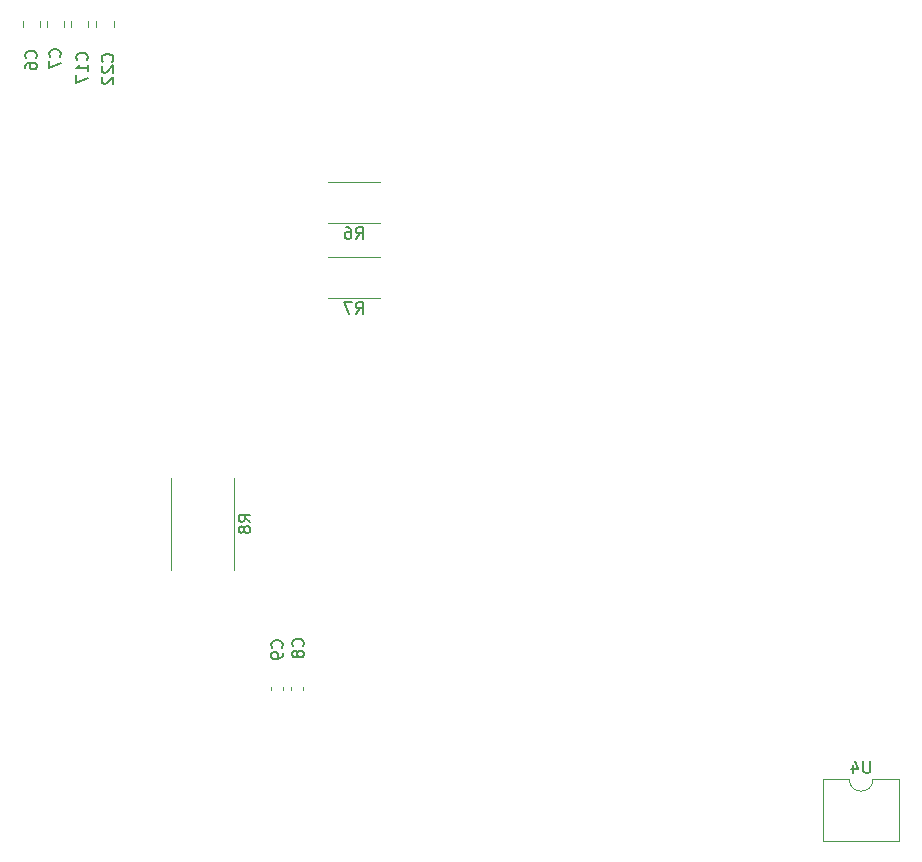
<source format=gbr>
%TF.GenerationSoftware,KiCad,Pcbnew,7.0.2*%
%TF.CreationDate,2023-06-13T00:04:42+03:00*%
%TF.ProjectId,Push_Pull,50757368-5f50-4756-9c6c-2e6b69636164,rev?*%
%TF.SameCoordinates,Original*%
%TF.FileFunction,Legend,Bot*%
%TF.FilePolarity,Positive*%
%FSLAX46Y46*%
G04 Gerber Fmt 4.6, Leading zero omitted, Abs format (unit mm)*
G04 Created by KiCad (PCBNEW 7.0.2) date 2023-06-13 00:04:42*
%MOMM*%
%LPD*%
G01*
G04 APERTURE LIST*
%ADD10C,0.150000*%
%ADD11C,0.120000*%
G04 APERTURE END LIST*
D10*
%TO.C,C17*%
X112381380Y-46601142D02*
X112429000Y-46553523D01*
X112429000Y-46553523D02*
X112476619Y-46410666D01*
X112476619Y-46410666D02*
X112476619Y-46315428D01*
X112476619Y-46315428D02*
X112429000Y-46172571D01*
X112429000Y-46172571D02*
X112333761Y-46077333D01*
X112333761Y-46077333D02*
X112238523Y-46029714D01*
X112238523Y-46029714D02*
X112048047Y-45982095D01*
X112048047Y-45982095D02*
X111905190Y-45982095D01*
X111905190Y-45982095D02*
X111714714Y-46029714D01*
X111714714Y-46029714D02*
X111619476Y-46077333D01*
X111619476Y-46077333D02*
X111524238Y-46172571D01*
X111524238Y-46172571D02*
X111476619Y-46315428D01*
X111476619Y-46315428D02*
X111476619Y-46410666D01*
X111476619Y-46410666D02*
X111524238Y-46553523D01*
X111524238Y-46553523D02*
X111571857Y-46601142D01*
X112476619Y-47553523D02*
X112476619Y-46982095D01*
X112476619Y-47267809D02*
X111476619Y-47267809D01*
X111476619Y-47267809D02*
X111619476Y-47172571D01*
X111619476Y-47172571D02*
X111714714Y-47077333D01*
X111714714Y-47077333D02*
X111762333Y-46982095D01*
X111476619Y-47886857D02*
X111476619Y-48553523D01*
X111476619Y-48553523D02*
X112476619Y-48124952D01*
%TO.C,R8*%
X126236619Y-85685333D02*
X125760428Y-85352000D01*
X126236619Y-85113905D02*
X125236619Y-85113905D01*
X125236619Y-85113905D02*
X125236619Y-85494857D01*
X125236619Y-85494857D02*
X125284238Y-85590095D01*
X125284238Y-85590095D02*
X125331857Y-85637714D01*
X125331857Y-85637714D02*
X125427095Y-85685333D01*
X125427095Y-85685333D02*
X125569952Y-85685333D01*
X125569952Y-85685333D02*
X125665190Y-85637714D01*
X125665190Y-85637714D02*
X125712809Y-85590095D01*
X125712809Y-85590095D02*
X125760428Y-85494857D01*
X125760428Y-85494857D02*
X125760428Y-85113905D01*
X125665190Y-86256762D02*
X125617571Y-86161524D01*
X125617571Y-86161524D02*
X125569952Y-86113905D01*
X125569952Y-86113905D02*
X125474714Y-86066286D01*
X125474714Y-86066286D02*
X125427095Y-86066286D01*
X125427095Y-86066286D02*
X125331857Y-86113905D01*
X125331857Y-86113905D02*
X125284238Y-86161524D01*
X125284238Y-86161524D02*
X125236619Y-86256762D01*
X125236619Y-86256762D02*
X125236619Y-86447238D01*
X125236619Y-86447238D02*
X125284238Y-86542476D01*
X125284238Y-86542476D02*
X125331857Y-86590095D01*
X125331857Y-86590095D02*
X125427095Y-86637714D01*
X125427095Y-86637714D02*
X125474714Y-86637714D01*
X125474714Y-86637714D02*
X125569952Y-86590095D01*
X125569952Y-86590095D02*
X125617571Y-86542476D01*
X125617571Y-86542476D02*
X125665190Y-86447238D01*
X125665190Y-86447238D02*
X125665190Y-86256762D01*
X125665190Y-86256762D02*
X125712809Y-86161524D01*
X125712809Y-86161524D02*
X125760428Y-86113905D01*
X125760428Y-86113905D02*
X125855666Y-86066286D01*
X125855666Y-86066286D02*
X126046142Y-86066286D01*
X126046142Y-86066286D02*
X126141380Y-86113905D01*
X126141380Y-86113905D02*
X126189000Y-86161524D01*
X126189000Y-86161524D02*
X126236619Y-86256762D01*
X126236619Y-86256762D02*
X126236619Y-86447238D01*
X126236619Y-86447238D02*
X126189000Y-86542476D01*
X126189000Y-86542476D02*
X126141380Y-86590095D01*
X126141380Y-86590095D02*
X126046142Y-86637714D01*
X126046142Y-86637714D02*
X125855666Y-86637714D01*
X125855666Y-86637714D02*
X125760428Y-86590095D01*
X125760428Y-86590095D02*
X125712809Y-86542476D01*
X125712809Y-86542476D02*
X125665190Y-86447238D01*
%TO.C,C7*%
X110095380Y-46315333D02*
X110143000Y-46267714D01*
X110143000Y-46267714D02*
X110190619Y-46124857D01*
X110190619Y-46124857D02*
X110190619Y-46029619D01*
X110190619Y-46029619D02*
X110143000Y-45886762D01*
X110143000Y-45886762D02*
X110047761Y-45791524D01*
X110047761Y-45791524D02*
X109952523Y-45743905D01*
X109952523Y-45743905D02*
X109762047Y-45696286D01*
X109762047Y-45696286D02*
X109619190Y-45696286D01*
X109619190Y-45696286D02*
X109428714Y-45743905D01*
X109428714Y-45743905D02*
X109333476Y-45791524D01*
X109333476Y-45791524D02*
X109238238Y-45886762D01*
X109238238Y-45886762D02*
X109190619Y-46029619D01*
X109190619Y-46029619D02*
X109190619Y-46124857D01*
X109190619Y-46124857D02*
X109238238Y-46267714D01*
X109238238Y-46267714D02*
X109285857Y-46315333D01*
X109190619Y-46648667D02*
X109190619Y-47315333D01*
X109190619Y-47315333D02*
X110190619Y-46886762D01*
%TO.C,C8*%
X130669380Y-96226333D02*
X130717000Y-96178714D01*
X130717000Y-96178714D02*
X130764619Y-96035857D01*
X130764619Y-96035857D02*
X130764619Y-95940619D01*
X130764619Y-95940619D02*
X130717000Y-95797762D01*
X130717000Y-95797762D02*
X130621761Y-95702524D01*
X130621761Y-95702524D02*
X130526523Y-95654905D01*
X130526523Y-95654905D02*
X130336047Y-95607286D01*
X130336047Y-95607286D02*
X130193190Y-95607286D01*
X130193190Y-95607286D02*
X130002714Y-95654905D01*
X130002714Y-95654905D02*
X129907476Y-95702524D01*
X129907476Y-95702524D02*
X129812238Y-95797762D01*
X129812238Y-95797762D02*
X129764619Y-95940619D01*
X129764619Y-95940619D02*
X129764619Y-96035857D01*
X129764619Y-96035857D02*
X129812238Y-96178714D01*
X129812238Y-96178714D02*
X129859857Y-96226333D01*
X130193190Y-96797762D02*
X130145571Y-96702524D01*
X130145571Y-96702524D02*
X130097952Y-96654905D01*
X130097952Y-96654905D02*
X130002714Y-96607286D01*
X130002714Y-96607286D02*
X129955095Y-96607286D01*
X129955095Y-96607286D02*
X129859857Y-96654905D01*
X129859857Y-96654905D02*
X129812238Y-96702524D01*
X129812238Y-96702524D02*
X129764619Y-96797762D01*
X129764619Y-96797762D02*
X129764619Y-96988238D01*
X129764619Y-96988238D02*
X129812238Y-97083476D01*
X129812238Y-97083476D02*
X129859857Y-97131095D01*
X129859857Y-97131095D02*
X129955095Y-97178714D01*
X129955095Y-97178714D02*
X130002714Y-97178714D01*
X130002714Y-97178714D02*
X130097952Y-97131095D01*
X130097952Y-97131095D02*
X130145571Y-97083476D01*
X130145571Y-97083476D02*
X130193190Y-96988238D01*
X130193190Y-96988238D02*
X130193190Y-96797762D01*
X130193190Y-96797762D02*
X130240809Y-96702524D01*
X130240809Y-96702524D02*
X130288428Y-96654905D01*
X130288428Y-96654905D02*
X130383666Y-96607286D01*
X130383666Y-96607286D02*
X130574142Y-96607286D01*
X130574142Y-96607286D02*
X130669380Y-96654905D01*
X130669380Y-96654905D02*
X130717000Y-96702524D01*
X130717000Y-96702524D02*
X130764619Y-96797762D01*
X130764619Y-96797762D02*
X130764619Y-96988238D01*
X130764619Y-96988238D02*
X130717000Y-97083476D01*
X130717000Y-97083476D02*
X130669380Y-97131095D01*
X130669380Y-97131095D02*
X130574142Y-97178714D01*
X130574142Y-97178714D02*
X130383666Y-97178714D01*
X130383666Y-97178714D02*
X130288428Y-97131095D01*
X130288428Y-97131095D02*
X130240809Y-97083476D01*
X130240809Y-97083476D02*
X130193190Y-96988238D01*
%TO.C,C9*%
X128891380Y-96353333D02*
X128939000Y-96305714D01*
X128939000Y-96305714D02*
X128986619Y-96162857D01*
X128986619Y-96162857D02*
X128986619Y-96067619D01*
X128986619Y-96067619D02*
X128939000Y-95924762D01*
X128939000Y-95924762D02*
X128843761Y-95829524D01*
X128843761Y-95829524D02*
X128748523Y-95781905D01*
X128748523Y-95781905D02*
X128558047Y-95734286D01*
X128558047Y-95734286D02*
X128415190Y-95734286D01*
X128415190Y-95734286D02*
X128224714Y-95781905D01*
X128224714Y-95781905D02*
X128129476Y-95829524D01*
X128129476Y-95829524D02*
X128034238Y-95924762D01*
X128034238Y-95924762D02*
X127986619Y-96067619D01*
X127986619Y-96067619D02*
X127986619Y-96162857D01*
X127986619Y-96162857D02*
X128034238Y-96305714D01*
X128034238Y-96305714D02*
X128081857Y-96353333D01*
X128986619Y-96829524D02*
X128986619Y-97020000D01*
X128986619Y-97020000D02*
X128939000Y-97115238D01*
X128939000Y-97115238D02*
X128891380Y-97162857D01*
X128891380Y-97162857D02*
X128748523Y-97258095D01*
X128748523Y-97258095D02*
X128558047Y-97305714D01*
X128558047Y-97305714D02*
X128177095Y-97305714D01*
X128177095Y-97305714D02*
X128081857Y-97258095D01*
X128081857Y-97258095D02*
X128034238Y-97210476D01*
X128034238Y-97210476D02*
X127986619Y-97115238D01*
X127986619Y-97115238D02*
X127986619Y-96924762D01*
X127986619Y-96924762D02*
X128034238Y-96829524D01*
X128034238Y-96829524D02*
X128081857Y-96781905D01*
X128081857Y-96781905D02*
X128177095Y-96734286D01*
X128177095Y-96734286D02*
X128415190Y-96734286D01*
X128415190Y-96734286D02*
X128510428Y-96781905D01*
X128510428Y-96781905D02*
X128558047Y-96829524D01*
X128558047Y-96829524D02*
X128605666Y-96924762D01*
X128605666Y-96924762D02*
X128605666Y-97115238D01*
X128605666Y-97115238D02*
X128558047Y-97210476D01*
X128558047Y-97210476D02*
X128510428Y-97258095D01*
X128510428Y-97258095D02*
X128415190Y-97305714D01*
%TO.C,R6*%
X135167666Y-61756619D02*
X135500999Y-61280428D01*
X135739094Y-61756619D02*
X135739094Y-60756619D01*
X135739094Y-60756619D02*
X135358142Y-60756619D01*
X135358142Y-60756619D02*
X135262904Y-60804238D01*
X135262904Y-60804238D02*
X135215285Y-60851857D01*
X135215285Y-60851857D02*
X135167666Y-60947095D01*
X135167666Y-60947095D02*
X135167666Y-61089952D01*
X135167666Y-61089952D02*
X135215285Y-61185190D01*
X135215285Y-61185190D02*
X135262904Y-61232809D01*
X135262904Y-61232809D02*
X135358142Y-61280428D01*
X135358142Y-61280428D02*
X135739094Y-61280428D01*
X134310523Y-60756619D02*
X134500999Y-60756619D01*
X134500999Y-60756619D02*
X134596237Y-60804238D01*
X134596237Y-60804238D02*
X134643856Y-60851857D01*
X134643856Y-60851857D02*
X134739094Y-60994714D01*
X134739094Y-60994714D02*
X134786713Y-61185190D01*
X134786713Y-61185190D02*
X134786713Y-61566142D01*
X134786713Y-61566142D02*
X134739094Y-61661380D01*
X134739094Y-61661380D02*
X134691475Y-61709000D01*
X134691475Y-61709000D02*
X134596237Y-61756619D01*
X134596237Y-61756619D02*
X134405761Y-61756619D01*
X134405761Y-61756619D02*
X134310523Y-61709000D01*
X134310523Y-61709000D02*
X134262904Y-61661380D01*
X134262904Y-61661380D02*
X134215285Y-61566142D01*
X134215285Y-61566142D02*
X134215285Y-61328047D01*
X134215285Y-61328047D02*
X134262904Y-61232809D01*
X134262904Y-61232809D02*
X134310523Y-61185190D01*
X134310523Y-61185190D02*
X134405761Y-61137571D01*
X134405761Y-61137571D02*
X134596237Y-61137571D01*
X134596237Y-61137571D02*
X134691475Y-61185190D01*
X134691475Y-61185190D02*
X134739094Y-61232809D01*
X134739094Y-61232809D02*
X134786713Y-61328047D01*
%TO.C,C22*%
X114540380Y-46728142D02*
X114588000Y-46680523D01*
X114588000Y-46680523D02*
X114635619Y-46537666D01*
X114635619Y-46537666D02*
X114635619Y-46442428D01*
X114635619Y-46442428D02*
X114588000Y-46299571D01*
X114588000Y-46299571D02*
X114492761Y-46204333D01*
X114492761Y-46204333D02*
X114397523Y-46156714D01*
X114397523Y-46156714D02*
X114207047Y-46109095D01*
X114207047Y-46109095D02*
X114064190Y-46109095D01*
X114064190Y-46109095D02*
X113873714Y-46156714D01*
X113873714Y-46156714D02*
X113778476Y-46204333D01*
X113778476Y-46204333D02*
X113683238Y-46299571D01*
X113683238Y-46299571D02*
X113635619Y-46442428D01*
X113635619Y-46442428D02*
X113635619Y-46537666D01*
X113635619Y-46537666D02*
X113683238Y-46680523D01*
X113683238Y-46680523D02*
X113730857Y-46728142D01*
X113730857Y-47109095D02*
X113683238Y-47156714D01*
X113683238Y-47156714D02*
X113635619Y-47251952D01*
X113635619Y-47251952D02*
X113635619Y-47490047D01*
X113635619Y-47490047D02*
X113683238Y-47585285D01*
X113683238Y-47585285D02*
X113730857Y-47632904D01*
X113730857Y-47632904D02*
X113826095Y-47680523D01*
X113826095Y-47680523D02*
X113921333Y-47680523D01*
X113921333Y-47680523D02*
X114064190Y-47632904D01*
X114064190Y-47632904D02*
X114635619Y-47061476D01*
X114635619Y-47061476D02*
X114635619Y-47680523D01*
X113730857Y-48061476D02*
X113683238Y-48109095D01*
X113683238Y-48109095D02*
X113635619Y-48204333D01*
X113635619Y-48204333D02*
X113635619Y-48442428D01*
X113635619Y-48442428D02*
X113683238Y-48537666D01*
X113683238Y-48537666D02*
X113730857Y-48585285D01*
X113730857Y-48585285D02*
X113826095Y-48632904D01*
X113826095Y-48632904D02*
X113921333Y-48632904D01*
X113921333Y-48632904D02*
X114064190Y-48585285D01*
X114064190Y-48585285D02*
X114635619Y-48013857D01*
X114635619Y-48013857D02*
X114635619Y-48632904D01*
%TO.C,C6*%
X108063380Y-46442333D02*
X108111000Y-46394714D01*
X108111000Y-46394714D02*
X108158619Y-46251857D01*
X108158619Y-46251857D02*
X108158619Y-46156619D01*
X108158619Y-46156619D02*
X108111000Y-46013762D01*
X108111000Y-46013762D02*
X108015761Y-45918524D01*
X108015761Y-45918524D02*
X107920523Y-45870905D01*
X107920523Y-45870905D02*
X107730047Y-45823286D01*
X107730047Y-45823286D02*
X107587190Y-45823286D01*
X107587190Y-45823286D02*
X107396714Y-45870905D01*
X107396714Y-45870905D02*
X107301476Y-45918524D01*
X107301476Y-45918524D02*
X107206238Y-46013762D01*
X107206238Y-46013762D02*
X107158619Y-46156619D01*
X107158619Y-46156619D02*
X107158619Y-46251857D01*
X107158619Y-46251857D02*
X107206238Y-46394714D01*
X107206238Y-46394714D02*
X107253857Y-46442333D01*
X107158619Y-47299476D02*
X107158619Y-47109000D01*
X107158619Y-47109000D02*
X107206238Y-47013762D01*
X107206238Y-47013762D02*
X107253857Y-46966143D01*
X107253857Y-46966143D02*
X107396714Y-46870905D01*
X107396714Y-46870905D02*
X107587190Y-46823286D01*
X107587190Y-46823286D02*
X107968142Y-46823286D01*
X107968142Y-46823286D02*
X108063380Y-46870905D01*
X108063380Y-46870905D02*
X108111000Y-46918524D01*
X108111000Y-46918524D02*
X108158619Y-47013762D01*
X108158619Y-47013762D02*
X108158619Y-47204238D01*
X108158619Y-47204238D02*
X108111000Y-47299476D01*
X108111000Y-47299476D02*
X108063380Y-47347095D01*
X108063380Y-47347095D02*
X107968142Y-47394714D01*
X107968142Y-47394714D02*
X107730047Y-47394714D01*
X107730047Y-47394714D02*
X107634809Y-47347095D01*
X107634809Y-47347095D02*
X107587190Y-47299476D01*
X107587190Y-47299476D02*
X107539571Y-47204238D01*
X107539571Y-47204238D02*
X107539571Y-47013762D01*
X107539571Y-47013762D02*
X107587190Y-46918524D01*
X107587190Y-46918524D02*
X107634809Y-46870905D01*
X107634809Y-46870905D02*
X107730047Y-46823286D01*
%TO.C,U4*%
X178708904Y-105966619D02*
X178708904Y-106776142D01*
X178708904Y-106776142D02*
X178661285Y-106871380D01*
X178661285Y-106871380D02*
X178613666Y-106919000D01*
X178613666Y-106919000D02*
X178518428Y-106966619D01*
X178518428Y-106966619D02*
X178327952Y-106966619D01*
X178327952Y-106966619D02*
X178232714Y-106919000D01*
X178232714Y-106919000D02*
X178185095Y-106871380D01*
X178185095Y-106871380D02*
X178137476Y-106776142D01*
X178137476Y-106776142D02*
X178137476Y-105966619D01*
X177232714Y-106299952D02*
X177232714Y-106966619D01*
X177470809Y-105919000D02*
X177708904Y-106633285D01*
X177708904Y-106633285D02*
X177089857Y-106633285D01*
%TO.C,R7*%
X135167666Y-68106619D02*
X135500999Y-67630428D01*
X135739094Y-68106619D02*
X135739094Y-67106619D01*
X135739094Y-67106619D02*
X135358142Y-67106619D01*
X135358142Y-67106619D02*
X135262904Y-67154238D01*
X135262904Y-67154238D02*
X135215285Y-67201857D01*
X135215285Y-67201857D02*
X135167666Y-67297095D01*
X135167666Y-67297095D02*
X135167666Y-67439952D01*
X135167666Y-67439952D02*
X135215285Y-67535190D01*
X135215285Y-67535190D02*
X135262904Y-67582809D01*
X135262904Y-67582809D02*
X135358142Y-67630428D01*
X135358142Y-67630428D02*
X135739094Y-67630428D01*
X134834332Y-67106619D02*
X134167666Y-67106619D01*
X134167666Y-67106619D02*
X134596237Y-68106619D01*
D11*
%TO.C,C17*%
X111025000Y-43822252D02*
X111025000Y-43299748D01*
X112495000Y-43822252D02*
X112495000Y-43299748D01*
%TO.C,R8*%
X119514000Y-89738252D02*
X119514000Y-81965748D01*
X124834000Y-89738252D02*
X124834000Y-81965748D01*
%TO.C,C7*%
X108993000Y-43822252D02*
X108993000Y-43299748D01*
X110463000Y-43822252D02*
X110463000Y-43299748D01*
%TO.C,C8*%
X128983000Y-99681420D02*
X128983000Y-99962580D01*
X127963000Y-99681420D02*
X127963000Y-99962580D01*
%TO.C,C9*%
X130685000Y-99681420D02*
X130685000Y-99962580D01*
X129665000Y-99681420D02*
X129665000Y-99962580D01*
%TO.C,R6*%
X132823936Y-56964000D02*
X137178064Y-56964000D01*
X132823936Y-60384000D02*
X137178064Y-60384000D01*
%TO.C,C22*%
X113184000Y-43822252D02*
X113184000Y-43299748D01*
X114654000Y-43822252D02*
X114654000Y-43299748D01*
%TO.C,C6*%
X106961000Y-43822252D02*
X106961000Y-43299748D01*
X108431000Y-43822252D02*
X108431000Y-43299748D01*
%TO.C,U4*%
X181182000Y-112704000D02*
X174712000Y-112704000D01*
X181182000Y-107504000D02*
X181182000Y-112704000D01*
X178947000Y-107504000D02*
X181182000Y-107504000D01*
X174712000Y-112704000D02*
X174712000Y-107504000D01*
X174712000Y-107504000D02*
X176947000Y-107504000D01*
X176947000Y-107504000D02*
G75*
G03*
X178947000Y-107504000I1000000J0D01*
G01*
%TO.C,R7*%
X132823936Y-63314000D02*
X137178064Y-63314000D01*
X132823936Y-66734000D02*
X137178064Y-66734000D01*
%TD*%
M02*

</source>
